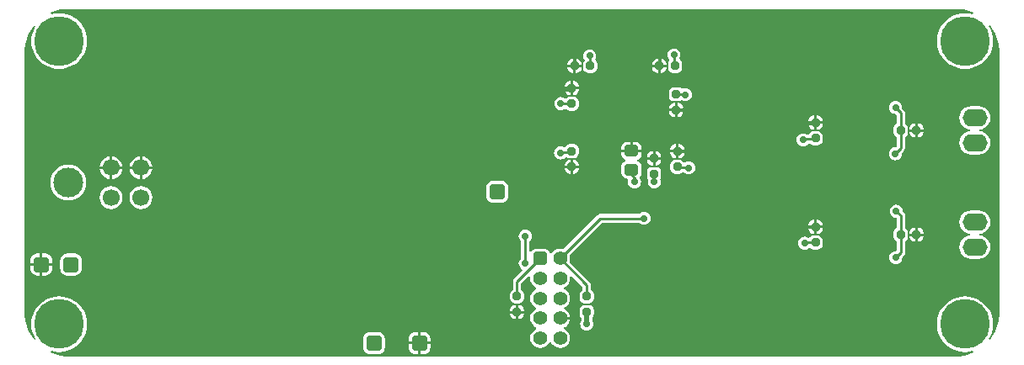
<source format=gbl>
G04*
G04 #@! TF.GenerationSoftware,Altium Limited,Altium Designer,19.0.5 (141)*
G04*
G04 Layer_Physical_Order=2*
G04 Layer_Color=16711680*
%FSLAX43Y43*%
%MOMM*%
G71*
G01*
G75*
G04:AMPARAMS|DCode=41|XSize=0.8mm|YSize=0.8mm|CornerRadius=0.2mm|HoleSize=0mm|Usage=FLASHONLY|Rotation=180.000|XOffset=0mm|YOffset=0mm|HoleType=Round|Shape=RoundedRectangle|*
%AMROUNDEDRECTD41*
21,1,0.800,0.400,0,0,180.0*
21,1,0.400,0.800,0,0,180.0*
1,1,0.400,-0.200,0.200*
1,1,0.400,0.200,0.200*
1,1,0.400,0.200,-0.200*
1,1,0.400,-0.200,-0.200*
%
%ADD41ROUNDEDRECTD41*%
G04:AMPARAMS|DCode=51|XSize=1.4mm|YSize=1.2mm|CornerRadius=0.3mm|HoleSize=0mm|Usage=FLASHONLY|Rotation=180.000|XOffset=0mm|YOffset=0mm|HoleType=Round|Shape=RoundedRectangle|*
%AMROUNDEDRECTD51*
21,1,1.400,0.600,0,0,180.0*
21,1,0.800,1.200,0,0,180.0*
1,1,0.600,-0.400,0.300*
1,1,0.600,0.400,0.300*
1,1,0.600,0.400,-0.300*
1,1,0.600,-0.400,-0.300*
%
%ADD51ROUNDEDRECTD51*%
G04:AMPARAMS|DCode=52|XSize=0.8mm|YSize=0.8mm|CornerRadius=0.2mm|HoleSize=0mm|Usage=FLASHONLY|Rotation=270.000|XOffset=0mm|YOffset=0mm|HoleType=Round|Shape=RoundedRectangle|*
%AMROUNDEDRECTD52*
21,1,0.800,0.400,0,0,270.0*
21,1,0.400,0.800,0,0,270.0*
1,1,0.400,-0.200,-0.200*
1,1,0.400,-0.200,0.200*
1,1,0.400,0.200,0.200*
1,1,0.400,0.200,-0.200*
%
%ADD52ROUNDEDRECTD52*%
%ADD57C,0.500*%
%ADD58C,0.220*%
%ADD59C,0.250*%
%ADD60C,1.400*%
G04:AMPARAMS|DCode=61|XSize=1.4mm|YSize=1.4mm|CornerRadius=0.35mm|HoleSize=0mm|Usage=FLASHONLY|Rotation=0.000|XOffset=0mm|YOffset=0mm|HoleType=Round|Shape=RoundedRectangle|*
%AMROUNDEDRECTD61*
21,1,1.400,0.700,0,0,0.0*
21,1,0.700,1.400,0,0,0.0*
1,1,0.700,0.350,-0.350*
1,1,0.700,-0.350,-0.350*
1,1,0.700,-0.350,0.350*
1,1,0.700,0.350,0.350*
%
%ADD61ROUNDEDRECTD61*%
%ADD62O,2.500X1.750*%
%ADD63C,1.700*%
%ADD64C,3.000*%
G04:AMPARAMS|DCode=65|XSize=1.6mm|YSize=1.6mm|CornerRadius=0.4mm|HoleSize=0mm|Usage=FLASHONLY|Rotation=0.000|XOffset=0mm|YOffset=0mm|HoleType=Round|Shape=RoundedRectangle|*
%AMROUNDEDRECTD65*
21,1,1.600,0.800,0,0,0.0*
21,1,0.800,1.600,0,0,0.0*
1,1,0.800,0.400,-0.400*
1,1,0.800,-0.400,-0.400*
1,1,0.800,-0.400,0.400*
1,1,0.800,0.400,0.400*
%
%ADD65ROUNDEDRECTD65*%
%ADD66C,5.000*%
%ADD67C,0.700*%
G36*
X90878Y31663D02*
X91446Y31511D01*
X91870Y31335D01*
X91875Y31324D01*
X91764Y31196D01*
X91439Y31274D01*
X91000Y31309D01*
X90561Y31274D01*
X90132Y31171D01*
X89725Y31003D01*
X89349Y30772D01*
X89014Y30486D01*
X88728Y30151D01*
X88497Y29775D01*
X88329Y29368D01*
X88226Y28939D01*
X88191Y28500D01*
X88226Y28061D01*
X88329Y27632D01*
X88497Y27225D01*
X88728Y26849D01*
X89014Y26514D01*
X89349Y26228D01*
X89725Y25997D01*
X90132Y25829D01*
X90561Y25726D01*
X91000Y25691D01*
X91439Y25726D01*
X91868Y25829D01*
X92275Y25997D01*
X92651Y26228D01*
X92986Y26514D01*
X93272Y26849D01*
X93503Y27225D01*
X93671Y27632D01*
X93774Y28061D01*
X93809Y28500D01*
X93774Y28939D01*
X93671Y29368D01*
X93503Y29775D01*
X93381Y29973D01*
X93505Y30058D01*
X93741Y29750D01*
X94036Y29240D01*
X94261Y28696D01*
X94413Y28128D01*
X94490Y27544D01*
Y27250D01*
Y1250D01*
Y956D01*
X94413Y372D01*
X94261Y-196D01*
X94036Y-740D01*
X93741Y-1250D01*
X93505Y-1558D01*
X93381Y-1473D01*
X93503Y-1275D01*
X93671Y-868D01*
X93774Y-439D01*
X93809Y0D01*
X93774Y439D01*
X93671Y868D01*
X93503Y1275D01*
X93272Y1651D01*
X92986Y1986D01*
X92651Y2272D01*
X92275Y2503D01*
X91868Y2671D01*
X91439Y2774D01*
X91000Y2809D01*
X90561Y2774D01*
X90132Y2671D01*
X89725Y2503D01*
X89349Y2272D01*
X89014Y1986D01*
X88728Y1651D01*
X88497Y1275D01*
X88329Y868D01*
X88226Y439D01*
X88191Y0D01*
X88226Y-439D01*
X88329Y-868D01*
X88497Y-1275D01*
X88728Y-1651D01*
X89014Y-1986D01*
X89349Y-2272D01*
X89725Y-2503D01*
X90132Y-2671D01*
X90561Y-2774D01*
X91000Y-2809D01*
X91439Y-2774D01*
X91764Y-2696D01*
X91875Y-2824D01*
X91870Y-2835D01*
X91446Y-3011D01*
X90878Y-3163D01*
X90294Y-3240D01*
X706D01*
X122Y-3163D01*
X-446Y-3011D01*
X-870Y-2835D01*
X-875Y-2824D01*
X-764Y-2696D01*
X-439Y-2774D01*
X0Y-2809D01*
X439Y-2774D01*
X868Y-2671D01*
X1275Y-2503D01*
X1651Y-2272D01*
X1986Y-1986D01*
X2272Y-1651D01*
X2503Y-1275D01*
X2671Y-868D01*
X2774Y-439D01*
X2809Y0D01*
X2774Y439D01*
X2671Y868D01*
X2503Y1275D01*
X2272Y1651D01*
X1986Y1986D01*
X1651Y2272D01*
X1275Y2503D01*
X868Y2671D01*
X439Y2774D01*
X0Y2809D01*
X-439Y2774D01*
X-868Y2671D01*
X-1275Y2503D01*
X-1651Y2272D01*
X-1986Y1986D01*
X-2272Y1651D01*
X-2503Y1275D01*
X-2671Y868D01*
X-2774Y439D01*
X-2809Y0D01*
X-2774Y-439D01*
X-2671Y-868D01*
X-2503Y-1275D01*
X-2381Y-1473D01*
X-2505Y-1558D01*
X-2741Y-1250D01*
X-3036Y-740D01*
X-3261Y-196D01*
X-3413Y372D01*
X-3490Y956D01*
Y1250D01*
Y27250D01*
Y27544D01*
X-3413Y28128D01*
X-3261Y28696D01*
X-3036Y29240D01*
X-2741Y29750D01*
X-2505Y30058D01*
X-2381Y29973D01*
X-2503Y29775D01*
X-2671Y29368D01*
X-2774Y28939D01*
X-2809Y28500D01*
X-2774Y28061D01*
X-2671Y27632D01*
X-2503Y27225D01*
X-2272Y26849D01*
X-1986Y26514D01*
X-1651Y26228D01*
X-1275Y25997D01*
X-868Y25829D01*
X-439Y25726D01*
X0Y25691D01*
X439Y25726D01*
X868Y25829D01*
X1275Y25997D01*
X1651Y26228D01*
X1986Y26514D01*
X2272Y26849D01*
X2503Y27225D01*
X2671Y27632D01*
X2774Y28061D01*
X2809Y28500D01*
X2774Y28939D01*
X2671Y29368D01*
X2503Y29775D01*
X2272Y30151D01*
X1986Y30486D01*
X1651Y30772D01*
X1275Y31003D01*
X868Y31171D01*
X439Y31274D01*
X0Y31309D01*
X-439Y31274D01*
X-764Y31196D01*
X-875Y31324D01*
X-870Y31335D01*
X-446Y31511D01*
X122Y31663D01*
X706Y31740D01*
X90294D01*
X90878Y31663D01*
D02*
G37*
%LPC*%
G36*
X60500Y26710D02*
X60424D01*
Y26125D01*
X61009D01*
Y26200D01*
X60970Y26395D01*
X60860Y26560D01*
X60695Y26671D01*
X60500Y26710D01*
D02*
G37*
G36*
X60174D02*
X60099D01*
X59904Y26671D01*
X59739Y26560D01*
X59629Y26395D01*
X59590Y26200D01*
Y26125D01*
X60174D01*
Y26710D01*
D02*
G37*
G36*
X51982D02*
X51908D01*
Y26125D01*
X52492D01*
Y26200D01*
X52453Y26395D01*
X52343Y26560D01*
X52178Y26671D01*
X51982Y26710D01*
D02*
G37*
G36*
X51658D02*
X51583D01*
X51387Y26671D01*
X51222Y26560D01*
X51112Y26395D01*
X51073Y26200D01*
Y26125D01*
X51658D01*
Y26710D01*
D02*
G37*
G36*
X61769Y27756D02*
X61599Y27733D01*
X61441Y27668D01*
X61305Y27564D01*
X61201Y27428D01*
X61136Y27270D01*
X61113Y27100D01*
X61136Y26930D01*
X61201Y26772D01*
X61255Y26702D01*
X61314Y26560D01*
X61204Y26395D01*
X61165Y26200D01*
Y25800D01*
X61204Y25605D01*
X61314Y25440D01*
X61479Y25329D01*
X61674Y25290D01*
X62075D01*
X62270Y25329D01*
X62435Y25440D01*
X62545Y25605D01*
X62584Y25800D01*
Y26200D01*
X62545Y26395D01*
X62435Y26560D01*
X62388Y26592D01*
X62337Y26772D01*
X62402Y26930D01*
X62425Y27100D01*
X62402Y27270D01*
X62337Y27428D01*
X62233Y27564D01*
X62097Y27668D01*
X61939Y27733D01*
X61769Y27756D01*
D02*
G37*
G36*
X61009Y25875D02*
X60424D01*
Y25290D01*
X60500D01*
X60695Y25329D01*
X60860Y25440D01*
X60970Y25605D01*
X61009Y25800D01*
Y25875D01*
D02*
G37*
G36*
X60174D02*
X59590D01*
Y25800D01*
X59629Y25605D01*
X59739Y25440D01*
X59904Y25329D01*
X60099Y25290D01*
X60174D01*
Y25875D01*
D02*
G37*
G36*
X53300Y27656D02*
X53130Y27633D01*
X52972Y27568D01*
X52836Y27464D01*
X52732Y27328D01*
X52667Y27170D01*
X52644Y27000D01*
X52667Y26830D01*
X52732Y26672D01*
X52801Y26583D01*
X52797Y26560D01*
X52687Y26395D01*
X52648Y26200D01*
Y25800D01*
X52687Y25605D01*
X52797Y25440D01*
X52962Y25329D01*
X53158Y25290D01*
X53557D01*
X53753Y25329D01*
X53918Y25440D01*
X54028Y25605D01*
X54067Y25800D01*
Y26200D01*
X54028Y26395D01*
X53918Y26560D01*
X53882Y26584D01*
X53868Y26672D01*
X53933Y26830D01*
X53956Y27000D01*
X53933Y27170D01*
X53868Y27328D01*
X53764Y27464D01*
X53628Y27568D01*
X53470Y27633D01*
X53300Y27656D01*
D02*
G37*
G36*
X52492Y25875D02*
X51908D01*
Y25290D01*
X51982D01*
X52178Y25329D01*
X52343Y25440D01*
X52453Y25605D01*
X52492Y25800D01*
Y25875D01*
D02*
G37*
G36*
X51658D02*
X51073D01*
Y25800D01*
X51112Y25605D01*
X51222Y25440D01*
X51387Y25329D01*
X51583Y25290D01*
X51658D01*
Y25875D01*
D02*
G37*
G36*
X51700Y24484D02*
X51625D01*
Y23899D01*
X52210D01*
Y23975D01*
X52171Y24170D01*
X52060Y24335D01*
X51895Y24445D01*
X51700Y24484D01*
D02*
G37*
G36*
X51375D02*
X51300D01*
X51105Y24445D01*
X50940Y24335D01*
X50829Y24170D01*
X50790Y23975D01*
Y23899D01*
X51375D01*
Y24484D01*
D02*
G37*
G36*
X52210Y23649D02*
X51625D01*
Y23065D01*
X51700D01*
X51895Y23104D01*
X52060Y23214D01*
X52171Y23379D01*
X52210Y23574D01*
Y23649D01*
D02*
G37*
G36*
X51375D02*
X50790D01*
Y23574D01*
X50829Y23379D01*
X50940Y23214D01*
X51105Y23104D01*
X51300Y23065D01*
X51375D01*
Y23649D01*
D02*
G37*
G36*
X51700Y22909D02*
X51300D01*
X51105Y22870D01*
X50940Y22760D01*
X50752Y22749D01*
X50728Y22768D01*
X50570Y22833D01*
X50400Y22856D01*
X50230Y22833D01*
X50072Y22768D01*
X49936Y22664D01*
X49832Y22528D01*
X49767Y22370D01*
X49744Y22200D01*
X49767Y22030D01*
X49832Y21872D01*
X49936Y21736D01*
X50072Y21632D01*
X50230Y21567D01*
X50400Y21544D01*
X50570Y21567D01*
X50728Y21632D01*
X50751Y21650D01*
X50940Y21639D01*
X51105Y21529D01*
X51300Y21490D01*
X51700D01*
X51895Y21529D01*
X52060Y21639D01*
X52171Y21804D01*
X52210Y22000D01*
Y22399D01*
X52171Y22595D01*
X52060Y22760D01*
X51895Y22870D01*
X51700Y22909D01*
D02*
G37*
G36*
X62176Y23849D02*
X61776D01*
X61581Y23810D01*
X61416Y23700D01*
X61305Y23535D01*
X61266Y23340D01*
Y22940D01*
X61305Y22744D01*
X61416Y22579D01*
X61581Y22469D01*
X61776Y22430D01*
X62176D01*
X62371Y22469D01*
X62523Y22570D01*
X62572Y22532D01*
X62730Y22467D01*
X62900Y22444D01*
X63070Y22467D01*
X63228Y22532D01*
X63364Y22636D01*
X63468Y22772D01*
X63533Y22930D01*
X63556Y23100D01*
X63533Y23270D01*
X63468Y23428D01*
X63364Y23564D01*
X63228Y23668D01*
X63070Y23733D01*
X62900Y23756D01*
X62730Y23733D01*
X62572Y23668D01*
X62556Y23670D01*
X62536Y23700D01*
X62371Y23810D01*
X62176Y23849D01*
D02*
G37*
G36*
Y22274D02*
X62101D01*
Y21690D01*
X62686D01*
Y21764D01*
X62647Y21960D01*
X62536Y22125D01*
X62371Y22235D01*
X62176Y22274D01*
D02*
G37*
G36*
X61851D02*
X61776D01*
X61581Y22235D01*
X61416Y22125D01*
X61305Y21960D01*
X61266Y21764D01*
Y21690D01*
X61851D01*
Y22274D01*
D02*
G37*
G36*
X62686Y21440D02*
X62101D01*
Y20855D01*
X62176D01*
X62371Y20894D01*
X62536Y21004D01*
X62647Y21169D01*
X62686Y21365D01*
Y21440D01*
D02*
G37*
G36*
X61851D02*
X61266D01*
Y21365D01*
X61305Y21169D01*
X61416Y21004D01*
X61581Y20894D01*
X61776Y20855D01*
X61851D01*
Y21440D01*
D02*
G37*
G36*
X76200Y20997D02*
X76125D01*
Y20413D01*
X76710D01*
Y20487D01*
X76671Y20683D01*
X76560Y20848D01*
X76395Y20958D01*
X76200Y20997D01*
D02*
G37*
G36*
X75875D02*
X75800D01*
X75605Y20958D01*
X75440Y20848D01*
X75329Y20683D01*
X75290Y20487D01*
Y20413D01*
X75875D01*
Y20997D01*
D02*
G37*
G36*
X86331Y20210D02*
X86257D01*
Y19625D01*
X86841D01*
Y19700D01*
X86802Y19895D01*
X86692Y20060D01*
X86527Y20171D01*
X86331Y20210D01*
D02*
G37*
G36*
X86007D02*
X85932D01*
X85736Y20171D01*
X85571Y20060D01*
X85461Y19895D01*
X85422Y19700D01*
Y19625D01*
X86007D01*
Y20210D01*
D02*
G37*
G36*
X76710Y20163D02*
X76125D01*
Y19578D01*
X76200D01*
X76395Y19617D01*
X76560Y19727D01*
X76671Y19892D01*
X76710Y20087D01*
Y20163D01*
D02*
G37*
G36*
X75875D02*
X75290D01*
Y20087D01*
X75329Y19892D01*
X75440Y19727D01*
X75605Y19617D01*
X75800Y19578D01*
X75875D01*
Y20163D01*
D02*
G37*
G36*
X76200Y19422D02*
X75800D01*
X75605Y19383D01*
X75440Y19273D01*
X75329Y19108D01*
X75320Y19065D01*
X75122D01*
X75053Y19118D01*
X74895Y19183D01*
X74725Y19206D01*
X74555Y19183D01*
X74397Y19118D01*
X74261Y19014D01*
X74157Y18878D01*
X74092Y18720D01*
X74069Y18550D01*
X74092Y18380D01*
X74157Y18222D01*
X74261Y18086D01*
X74397Y17982D01*
X74555Y17917D01*
X74725Y17894D01*
X74895Y17917D01*
X75053Y17982D01*
X75189Y18086D01*
X75269Y18191D01*
X75415Y18189D01*
X75440Y18152D01*
X75605Y18042D01*
X75800Y18003D01*
X76200D01*
X76395Y18042D01*
X76560Y18152D01*
X76671Y18317D01*
X76710Y18513D01*
Y18913D01*
X76671Y19108D01*
X76560Y19273D01*
X76395Y19383D01*
X76200Y19422D01*
D02*
G37*
G36*
X86841Y19375D02*
X86257D01*
Y18790D01*
X86331D01*
X86527Y18829D01*
X86692Y18940D01*
X86802Y19105D01*
X86841Y19300D01*
Y19375D01*
D02*
G37*
G36*
X86007D02*
X85422D01*
Y19300D01*
X85461Y19105D01*
X85571Y18940D01*
X85736Y18829D01*
X85932Y18790D01*
X86007D01*
Y19375D01*
D02*
G37*
G36*
X51700Y18134D02*
X51300D01*
X51105Y18095D01*
X50940Y17985D01*
X50859Y17865D01*
X50747Y17813D01*
X50674Y17807D01*
X50547Y17859D01*
X50377Y17881D01*
X50208Y17859D01*
X50050Y17794D01*
X49914Y17689D01*
X49810Y17554D01*
X49744Y17396D01*
X49722Y17226D01*
X49744Y17056D01*
X49810Y16898D01*
X49914Y16762D01*
X50050Y16658D01*
X50208Y16593D01*
X50377Y16570D01*
X50547Y16593D01*
X50705Y16658D01*
X50841Y16762D01*
X50920Y16865D01*
X50940Y16864D01*
X51105Y16754D01*
X51300Y16715D01*
X51700D01*
X51895Y16754D01*
X52060Y16864D01*
X52171Y17029D01*
X52210Y17225D01*
Y17625D01*
X52171Y17820D01*
X52060Y17985D01*
X51895Y18095D01*
X51700Y18134D01*
D02*
G37*
G36*
X84025Y22456D02*
X83855Y22433D01*
X83697Y22368D01*
X83561Y22264D01*
X83457Y22128D01*
X83392Y21970D01*
X83369Y21800D01*
X83392Y21630D01*
X83457Y21472D01*
X83561Y21336D01*
X83697Y21232D01*
X83855Y21167D01*
X84025Y21144D01*
X84138Y21025D01*
Y20156D01*
X83996Y20060D01*
X83886Y19895D01*
X83847Y19700D01*
Y19300D01*
X83886Y19105D01*
X83996Y18940D01*
X84138Y18844D01*
Y17911D01*
X84020Y17803D01*
X84000Y17806D01*
X83830Y17783D01*
X83672Y17718D01*
X83536Y17614D01*
X83432Y17478D01*
X83367Y17320D01*
X83344Y17150D01*
X83367Y16980D01*
X83432Y16822D01*
X83536Y16686D01*
X83672Y16582D01*
X83830Y16517D01*
X84000Y16494D01*
X84170Y16517D01*
X84328Y16582D01*
X84464Y16686D01*
X84568Y16822D01*
X84633Y16980D01*
X84656Y17150D01*
X84648Y17207D01*
X84852Y17411D01*
X84943Y17547D01*
X84975Y17706D01*
Y18844D01*
X85117Y18940D01*
X85227Y19105D01*
X85266Y19300D01*
Y19700D01*
X85227Y19895D01*
X85117Y20060D01*
X84975Y20156D01*
Y21268D01*
X84943Y21428D01*
X84852Y21564D01*
X84673Y21743D01*
X84681Y21800D01*
X84658Y21970D01*
X84593Y22128D01*
X84489Y22264D01*
X84353Y22368D01*
X84195Y22433D01*
X84025Y22456D01*
D02*
G37*
G36*
X57900Y18362D02*
X57625D01*
Y17575D01*
X58512D01*
Y17750D01*
X58465Y17984D01*
X58333Y18183D01*
X58134Y18315D01*
X57900Y18362D01*
D02*
G37*
G36*
X57375D02*
X57100D01*
X56866Y18315D01*
X56667Y18183D01*
X56535Y17984D01*
X56488Y17750D01*
Y17575D01*
X57375D01*
Y18362D01*
D02*
G37*
G36*
X62303Y18134D02*
X62228D01*
Y17549D01*
X62813D01*
Y17625D01*
X62774Y17820D01*
X62663Y17985D01*
X62498Y18095D01*
X62303Y18134D01*
D02*
G37*
G36*
X61978D02*
X61903D01*
X61708Y18095D01*
X61543Y17985D01*
X61432Y17820D01*
X61393Y17625D01*
Y17549D01*
X61978D01*
Y18134D01*
D02*
G37*
G36*
X92375Y21935D02*
X91625D01*
X91318Y21895D01*
X91032Y21776D01*
X90787Y21588D01*
X90599Y21343D01*
X90480Y21057D01*
X90440Y20750D01*
X90480Y20443D01*
X90599Y20157D01*
X90787Y19912D01*
X91032Y19724D01*
X91318Y19605D01*
X91543Y19576D01*
Y19424D01*
X91318Y19395D01*
X91032Y19276D01*
X90787Y19088D01*
X90599Y18843D01*
X90480Y18557D01*
X90440Y18250D01*
X90480Y17943D01*
X90599Y17657D01*
X90787Y17412D01*
X91032Y17224D01*
X91318Y17105D01*
X91625Y17065D01*
X92375D01*
X92682Y17105D01*
X92968Y17224D01*
X93213Y17412D01*
X93401Y17657D01*
X93520Y17943D01*
X93560Y18250D01*
X93520Y18557D01*
X93401Y18843D01*
X93213Y19088D01*
X92968Y19276D01*
X92682Y19395D01*
X92457Y19424D01*
Y19576D01*
X92682Y19605D01*
X92968Y19724D01*
X93213Y19912D01*
X93401Y20157D01*
X93520Y20443D01*
X93560Y20750D01*
X93520Y21057D01*
X93401Y21343D01*
X93213Y21588D01*
X92968Y21776D01*
X92682Y21895D01*
X92375Y21935D01*
D02*
G37*
G36*
X59969Y17397D02*
X59894D01*
Y16812D01*
X60479D01*
Y16888D01*
X60440Y17083D01*
X60329Y17248D01*
X60164Y17358D01*
X59969Y17397D01*
D02*
G37*
G36*
X59644D02*
X59569D01*
X59374Y17358D01*
X59209Y17248D01*
X59098Y17083D01*
X59059Y16888D01*
Y16812D01*
X59644D01*
Y17397D01*
D02*
G37*
G36*
X62813Y17299D02*
X62228D01*
Y16715D01*
X62303D01*
X62498Y16754D01*
X62663Y16864D01*
X62774Y17029D01*
X62813Y17225D01*
Y17299D01*
D02*
G37*
G36*
X61978D02*
X61393D01*
Y17225D01*
X61432Y17029D01*
X61543Y16864D01*
X61708Y16754D01*
X61903Y16715D01*
X61978D01*
Y17299D01*
D02*
G37*
G36*
X60479Y16562D02*
X59894D01*
Y15978D01*
X59969D01*
X60164Y16017D01*
X60329Y16127D01*
X60440Y16292D01*
X60479Y16487D01*
Y16562D01*
D02*
G37*
G36*
X59644D02*
X59059D01*
Y16487D01*
X59098Y16292D01*
X59209Y16127D01*
X59374Y16017D01*
X59569Y15978D01*
X59644D01*
Y16562D01*
D02*
G37*
G36*
X51700Y16559D02*
X51625D01*
Y15974D01*
X52210D01*
Y16049D01*
X52171Y16245D01*
X52060Y16410D01*
X51895Y16520D01*
X51700Y16559D01*
D02*
G37*
G36*
X51375D02*
X51300D01*
X51105Y16520D01*
X50940Y16410D01*
X50829Y16245D01*
X50790Y16049D01*
Y15974D01*
X51375D01*
Y16559D01*
D02*
G37*
G36*
X5342Y16893D02*
Y15875D01*
X6360D01*
X6337Y16050D01*
X6222Y16330D01*
X6037Y16570D01*
X5797Y16755D01*
X5517Y16870D01*
X5342Y16893D01*
D02*
G37*
G36*
X8342D02*
Y15875D01*
X9360D01*
X9337Y16050D01*
X9222Y16330D01*
X9037Y16570D01*
X8797Y16755D01*
X8517Y16870D01*
X8342Y16893D01*
D02*
G37*
G36*
X8092D02*
X7917Y16870D01*
X7637Y16755D01*
X7397Y16570D01*
X7212Y16330D01*
X7097Y16050D01*
X7074Y15875D01*
X8092D01*
Y16893D01*
D02*
G37*
G36*
X5092D02*
X4917Y16870D01*
X4637Y16755D01*
X4397Y16570D01*
X4212Y16330D01*
X4097Y16050D01*
X4074Y15875D01*
X5092D01*
Y16893D01*
D02*
G37*
G36*
X52210Y15725D02*
X51625D01*
Y15140D01*
X51700D01*
X51895Y15179D01*
X52060Y15289D01*
X52171Y15454D01*
X52210Y15649D01*
Y15725D01*
D02*
G37*
G36*
X51375D02*
X50790D01*
Y15649D01*
X50829Y15454D01*
X50940Y15289D01*
X51105Y15179D01*
X51300Y15140D01*
X51375D01*
Y15725D01*
D02*
G37*
G36*
X62303Y16559D02*
X61903D01*
X61708Y16520D01*
X61543Y16410D01*
X61432Y16245D01*
X61393Y16049D01*
Y15649D01*
X61432Y15454D01*
X61543Y15289D01*
X61708Y15179D01*
X61903Y15140D01*
X62303D01*
X62498Y15179D01*
X62663Y15289D01*
X62821Y15255D01*
X62932Y15171D01*
X63090Y15105D01*
X63259Y15083D01*
X63429Y15105D01*
X63587Y15171D01*
X63723Y15275D01*
X63827Y15411D01*
X63893Y15569D01*
X63915Y15739D01*
X63893Y15908D01*
X63827Y16066D01*
X63723Y16202D01*
X63587Y16306D01*
X63429Y16372D01*
X63259Y16394D01*
X63090Y16372D01*
X62932Y16306D01*
X62910Y16290D01*
X62904Y16288D01*
X62723Y16321D01*
X62663Y16410D01*
X62498Y16520D01*
X62303Y16559D01*
D02*
G37*
G36*
X9360Y15625D02*
X8342D01*
Y14607D01*
X8517Y14630D01*
X8797Y14745D01*
X9037Y14930D01*
X9222Y15170D01*
X9337Y15450D01*
X9360Y15625D01*
D02*
G37*
G36*
X6360D02*
X5342D01*
Y14607D01*
X5517Y14630D01*
X5797Y14745D01*
X6037Y14930D01*
X6222Y15170D01*
X6337Y15450D01*
X6360Y15625D01*
D02*
G37*
G36*
X8092D02*
X7074D01*
X7097Y15450D01*
X7212Y15170D01*
X7397Y14930D01*
X7637Y14745D01*
X7917Y14630D01*
X8092Y14607D01*
Y15625D01*
D02*
G37*
G36*
X5092D02*
X4074D01*
X4097Y15450D01*
X4212Y15170D01*
X4397Y14930D01*
X4637Y14745D01*
X4917Y14630D01*
X5092Y14607D01*
Y15625D01*
D02*
G37*
G36*
X59969Y15822D02*
X59569D01*
X59374Y15783D01*
X59209Y15673D01*
X59098Y15508D01*
X59059Y15312D01*
Y14913D01*
X59098Y14717D01*
X59204Y14559D01*
X59167Y14470D01*
X59144Y14300D01*
X59167Y14130D01*
X59232Y13972D01*
X59336Y13836D01*
X59472Y13732D01*
X59630Y13667D01*
X59800Y13644D01*
X59970Y13667D01*
X60128Y13732D01*
X60263Y13836D01*
X60368Y13972D01*
X60433Y14130D01*
X60455Y14300D01*
X60433Y14470D01*
X60372Y14616D01*
X60440Y14717D01*
X60479Y14913D01*
Y15312D01*
X60440Y15508D01*
X60329Y15673D01*
X60164Y15783D01*
X59969Y15822D01*
D02*
G37*
G36*
X58512Y17325D02*
X57500D01*
X56488D01*
Y17150D01*
X56535Y16916D01*
X56667Y16717D01*
X56866Y16585D01*
X56908Y16576D01*
Y16424D01*
X56866Y16415D01*
X56667Y16283D01*
X56535Y16084D01*
X56488Y15850D01*
Y15250D01*
X56535Y15016D01*
X56667Y14817D01*
X56866Y14685D01*
X57076Y14643D01*
X57124Y14589D01*
X57174Y14488D01*
X57167Y14470D01*
X57144Y14300D01*
X57167Y14130D01*
X57232Y13972D01*
X57336Y13836D01*
X57472Y13732D01*
X57630Y13667D01*
X57800Y13644D01*
X57970Y13667D01*
X58128Y13732D01*
X58263Y13836D01*
X58368Y13972D01*
X58433Y14130D01*
X58455Y14300D01*
X58433Y14470D01*
X58368Y14628D01*
X58351Y14649D01*
X58333Y14817D01*
X58465Y15016D01*
X58512Y15250D01*
Y15850D01*
X58465Y16084D01*
X58333Y16283D01*
X58134Y16415D01*
X58092Y16424D01*
Y16576D01*
X58134Y16585D01*
X58333Y16717D01*
X58465Y16916D01*
X58512Y17150D01*
Y17325D01*
D02*
G37*
G36*
X917Y16059D02*
X564Y16024D01*
X225Y15921D01*
X-88Y15754D01*
X-362Y15529D01*
X-587Y15255D01*
X-754Y14942D01*
X-857Y14603D01*
X-892Y14250D01*
X-857Y13897D01*
X-754Y13558D01*
X-587Y13245D01*
X-362Y12971D01*
X-88Y12746D01*
X225Y12579D01*
X564Y12476D01*
X917Y12441D01*
X1270Y12476D01*
X1609Y12579D01*
X1922Y12746D01*
X2196Y12971D01*
X2421Y13245D01*
X2588Y13558D01*
X2691Y13897D01*
X2726Y14250D01*
X2691Y14603D01*
X2588Y14942D01*
X2421Y15255D01*
X2196Y15529D01*
X1922Y15754D01*
X1609Y15921D01*
X1270Y16024D01*
X917Y16059D01*
D02*
G37*
G36*
X44400Y14410D02*
X43600D01*
X43417Y14385D01*
X43247Y14315D01*
X43101Y14203D01*
X42989Y14057D01*
X42918Y13886D01*
X42894Y13703D01*
Y12903D01*
X42918Y12721D01*
X42989Y12550D01*
X43101Y12404D01*
X43247Y12292D01*
X43417Y12222D01*
X43600Y12197D01*
X44400D01*
X44583Y12222D01*
X44753Y12292D01*
X44899Y12404D01*
X45011Y12550D01*
X45082Y12721D01*
X45106Y12903D01*
Y13703D01*
X45082Y13886D01*
X45011Y14057D01*
X44899Y14203D01*
X44753Y14315D01*
X44583Y14385D01*
X44400Y14410D01*
D02*
G37*
G36*
X8217Y13910D02*
X7917Y13870D01*
X7637Y13755D01*
X7397Y13570D01*
X7212Y13330D01*
X7097Y13050D01*
X7057Y12750D01*
X7097Y12450D01*
X7212Y12170D01*
X7397Y11930D01*
X7637Y11745D01*
X7917Y11630D01*
X8217Y11590D01*
X8517Y11630D01*
X8797Y11745D01*
X9037Y11930D01*
X9222Y12170D01*
X9337Y12450D01*
X9377Y12750D01*
X9337Y13050D01*
X9222Y13330D01*
X9037Y13570D01*
X8797Y13755D01*
X8517Y13870D01*
X8217Y13910D01*
D02*
G37*
G36*
X5217D02*
X4917Y13870D01*
X4637Y13755D01*
X4397Y13570D01*
X4212Y13330D01*
X4097Y13050D01*
X4057Y12750D01*
X4097Y12450D01*
X4212Y12170D01*
X4397Y11930D01*
X4637Y11745D01*
X4917Y11630D01*
X5217Y11590D01*
X5517Y11630D01*
X5797Y11745D01*
X6037Y11930D01*
X6222Y12170D01*
X6337Y12450D01*
X6377Y12750D01*
X6337Y13050D01*
X6222Y13330D01*
X6037Y13570D01*
X5797Y13755D01*
X5517Y13870D01*
X5217Y13910D01*
D02*
G37*
G36*
X58769Y11306D02*
X58599Y11283D01*
X58441Y11218D01*
X58305Y11114D01*
X58282Y11083D01*
X54375D01*
X54209Y11050D01*
X54069Y10956D01*
X50657Y7545D01*
X50586Y7574D01*
X50325Y7609D01*
X50064Y7574D01*
X49821Y7473D01*
X49612Y7313D01*
X49460Y7116D01*
X49380Y7113D01*
X49302Y7135D01*
X49243Y7278D01*
X49139Y7414D01*
X49003Y7518D01*
X48845Y7583D01*
X48675Y7606D01*
X47975D01*
X47805Y7583D01*
X47647Y7518D01*
X47511Y7414D01*
X47407Y7278D01*
X47393Y7244D01*
X47243Y7273D01*
Y8351D01*
X47289Y8386D01*
X47393Y8522D01*
X47458Y8680D01*
X47481Y8850D01*
X47458Y9020D01*
X47393Y9178D01*
X47289Y9314D01*
X47153Y9418D01*
X46995Y9483D01*
X46825Y9506D01*
X46655Y9483D01*
X46497Y9418D01*
X46361Y9314D01*
X46257Y9178D01*
X46192Y9020D01*
X46169Y8850D01*
X46192Y8680D01*
X46257Y8522D01*
X46361Y8386D01*
X46407Y8351D01*
Y6599D01*
X46361Y6564D01*
X46257Y6428D01*
X46192Y6270D01*
X46169Y6100D01*
X46192Y5930D01*
X46257Y5772D01*
X46361Y5636D01*
X46473Y5551D01*
X46518Y5384D01*
X45704Y4571D01*
X45614Y4435D01*
X45582Y4275D01*
Y3443D01*
X45440Y3348D01*
X45329Y3183D01*
X45290Y2987D01*
Y2588D01*
X45329Y2392D01*
X45440Y2227D01*
X45605Y2117D01*
X45800Y2078D01*
X46200D01*
X46395Y2117D01*
X46560Y2227D01*
X46671Y2392D01*
X46710Y2588D01*
Y2987D01*
X46671Y3183D01*
X46560Y3348D01*
X46418Y3443D01*
Y4102D01*
X47209Y4893D01*
X47345Y4817D01*
X47316Y4600D01*
X47351Y4339D01*
X47451Y4096D01*
X47612Y3887D01*
X47821Y3727D01*
X47930Y3681D01*
Y3519D01*
X47821Y3474D01*
X47612Y3313D01*
X47451Y3104D01*
X47351Y2861D01*
X47316Y2600D01*
X47351Y2339D01*
X47451Y2096D01*
X47612Y1887D01*
X47821Y1727D01*
X47930Y1681D01*
Y1519D01*
X47821Y1473D01*
X47612Y1313D01*
X47451Y1104D01*
X47351Y861D01*
X47316Y600D01*
X47351Y339D01*
X47451Y96D01*
X47612Y-113D01*
X47821Y-273D01*
X47930Y-319D01*
Y-481D01*
X47821Y-526D01*
X47612Y-687D01*
X47451Y-896D01*
X47351Y-1139D01*
X47316Y-1400D01*
X47351Y-1661D01*
X47451Y-1904D01*
X47612Y-2113D01*
X47821Y-2273D01*
X48064Y-2374D01*
X48325Y-2409D01*
X48586Y-2374D01*
X48829Y-2273D01*
X49038Y-2113D01*
X49198Y-1904D01*
X49244Y-1795D01*
X49406D01*
X49451Y-1904D01*
X49612Y-2113D01*
X49821Y-2273D01*
X50064Y-2374D01*
X50325Y-2409D01*
X50586Y-2374D01*
X50829Y-2273D01*
X51038Y-2113D01*
X51199Y-1904D01*
X51299Y-1661D01*
X51334Y-1400D01*
X51299Y-1139D01*
X51199Y-896D01*
X51038Y-687D01*
X50829Y-526D01*
X50720Y-481D01*
Y-319D01*
X50829Y-273D01*
X51038Y-113D01*
X51199Y96D01*
X51299Y339D01*
X51317Y475D01*
X50325D01*
Y725D01*
X51317D01*
X51299Y861D01*
X51199Y1104D01*
X51038Y1313D01*
X50829Y1473D01*
X50720Y1519D01*
Y1681D01*
X50829Y1727D01*
X51038Y1887D01*
X51199Y2096D01*
X51299Y2339D01*
X51334Y2600D01*
X51299Y2861D01*
X51199Y3104D01*
X51038Y3313D01*
X50829Y3474D01*
X50720Y3519D01*
Y3681D01*
X50829Y3727D01*
X51038Y3887D01*
X51199Y4096D01*
X51299Y4339D01*
X51334Y4600D01*
X51305Y4817D01*
X51441Y4893D01*
X52582Y3752D01*
Y3443D01*
X52440Y3348D01*
X52329Y3183D01*
X52290Y2987D01*
Y2588D01*
X52329Y2392D01*
X52440Y2227D01*
X52605Y2117D01*
X52800Y2078D01*
X53200D01*
X53395Y2117D01*
X53560Y2227D01*
X53671Y2392D01*
X53710Y2588D01*
Y2987D01*
X53671Y3183D01*
X53560Y3348D01*
X53418Y3443D01*
Y3925D01*
X53386Y4085D01*
X53296Y4221D01*
X51264Y6253D01*
X51299Y6339D01*
X51334Y6600D01*
X51299Y6861D01*
X51270Y6932D01*
X54554Y10217D01*
X58282D01*
X58305Y10186D01*
X58441Y10082D01*
X58599Y10017D01*
X58769Y9994D01*
X58939Y10017D01*
X59097Y10082D01*
X59233Y10186D01*
X59337Y10322D01*
X59402Y10480D01*
X59425Y10650D01*
X59402Y10820D01*
X59337Y10978D01*
X59233Y11114D01*
X59097Y11218D01*
X58939Y11283D01*
X58769Y11306D01*
D02*
G37*
G36*
X76200Y10514D02*
X76125D01*
Y9929D01*
X76710D01*
Y10005D01*
X76671Y10200D01*
X76560Y10365D01*
X76395Y10475D01*
X76200Y10514D01*
D02*
G37*
G36*
X75875D02*
X75800D01*
X75605Y10475D01*
X75440Y10365D01*
X75329Y10200D01*
X75290Y10005D01*
Y9929D01*
X75875D01*
Y10514D01*
D02*
G37*
G36*
X86331Y9710D02*
X86257D01*
Y9125D01*
X86841D01*
Y9200D01*
X86802Y9395D01*
X86692Y9560D01*
X86527Y9671D01*
X86331Y9710D01*
D02*
G37*
G36*
X86007D02*
X85932D01*
X85736Y9671D01*
X85571Y9560D01*
X85461Y9395D01*
X85422Y9200D01*
Y9125D01*
X86007D01*
Y9710D01*
D02*
G37*
G36*
X76710Y9679D02*
X76125D01*
Y9095D01*
X76200D01*
X76395Y9134D01*
X76560Y9244D01*
X76671Y9409D01*
X76710Y9604D01*
Y9679D01*
D02*
G37*
G36*
X75875D02*
X75290D01*
Y9604D01*
X75329Y9409D01*
X75440Y9244D01*
X75605Y9134D01*
X75800Y9095D01*
X75875D01*
Y9679D01*
D02*
G37*
G36*
X76200Y8939D02*
X75800D01*
X75605Y8900D01*
X75440Y8790D01*
X75397Y8727D01*
X75221Y8704D01*
X75203Y8718D01*
X75045Y8783D01*
X74875Y8806D01*
X74705Y8783D01*
X74547Y8718D01*
X74411Y8614D01*
X74307Y8478D01*
X74242Y8320D01*
X74219Y8150D01*
X74242Y7980D01*
X74307Y7822D01*
X74411Y7686D01*
X74547Y7582D01*
X74705Y7517D01*
X74875Y7494D01*
X75045Y7517D01*
X75203Y7582D01*
X75278Y7640D01*
X75440Y7669D01*
X75605Y7559D01*
X75800Y7520D01*
X76200D01*
X76395Y7559D01*
X76560Y7669D01*
X76671Y7834D01*
X76710Y8030D01*
Y8429D01*
X76671Y8625D01*
X76560Y8790D01*
X76395Y8900D01*
X76200Y8939D01*
D02*
G37*
G36*
X86841Y8875D02*
X86257D01*
Y8290D01*
X86331D01*
X86527Y8329D01*
X86692Y8440D01*
X86802Y8605D01*
X86841Y8800D01*
Y8875D01*
D02*
G37*
G36*
X86007D02*
X85422D01*
Y8800D01*
X85461Y8605D01*
X85571Y8440D01*
X85736Y8329D01*
X85932Y8290D01*
X86007D01*
Y8875D01*
D02*
G37*
G36*
X92375Y11435D02*
X91625D01*
X91318Y11395D01*
X91032Y11276D01*
X90787Y11088D01*
X90599Y10843D01*
X90480Y10557D01*
X90440Y10250D01*
X90480Y9943D01*
X90599Y9657D01*
X90787Y9412D01*
X91032Y9224D01*
X91318Y9105D01*
X91543Y9076D01*
Y8924D01*
X91318Y8895D01*
X91032Y8776D01*
X90787Y8588D01*
X90599Y8343D01*
X90480Y8057D01*
X90440Y7750D01*
X90480Y7443D01*
X90599Y7157D01*
X90787Y6912D01*
X91032Y6724D01*
X91318Y6605D01*
X91625Y6565D01*
X92375D01*
X92682Y6605D01*
X92968Y6724D01*
X93213Y6912D01*
X93401Y7157D01*
X93520Y7443D01*
X93560Y7750D01*
X93520Y8057D01*
X93401Y8343D01*
X93213Y8588D01*
X92968Y8776D01*
X92682Y8895D01*
X92457Y8924D01*
Y9076D01*
X92682Y9105D01*
X92968Y9224D01*
X93213Y9412D01*
X93401Y9657D01*
X93520Y9943D01*
X93560Y10250D01*
X93520Y10557D01*
X93401Y10843D01*
X93213Y11088D01*
X92968Y11276D01*
X92682Y11395D01*
X92375Y11435D01*
D02*
G37*
G36*
X-1394Y7106D02*
X-1669D01*
Y6125D01*
X-687D01*
Y6400D01*
X-712Y6583D01*
X-782Y6753D01*
X-894Y6899D01*
X-1040Y7011D01*
X-1211Y7082D01*
X-1394Y7106D01*
D02*
G37*
G36*
X-1919D02*
X-2194D01*
X-2376Y7082D01*
X-2547Y7011D01*
X-2693Y6899D01*
X-2805Y6753D01*
X-2875Y6583D01*
X-2900Y6400D01*
Y6125D01*
X-1919D01*
Y7106D01*
D02*
G37*
G36*
X84100Y12031D02*
X83930Y12008D01*
X83772Y11943D01*
X83636Y11839D01*
X83532Y11703D01*
X83467Y11545D01*
X83444Y11375D01*
X83467Y11205D01*
X83532Y11047D01*
X83636Y10911D01*
X83772Y10807D01*
X83930Y10742D01*
X84100Y10719D01*
X84123Y10699D01*
Y9645D01*
X83996Y9560D01*
X83886Y9395D01*
X83847Y9200D01*
Y8800D01*
X83886Y8605D01*
X83996Y8440D01*
X84123Y8355D01*
Y7490D01*
X84050Y7356D01*
X83880Y7333D01*
X83722Y7268D01*
X83586Y7164D01*
X83482Y7028D01*
X83417Y6870D01*
X83394Y6700D01*
X83417Y6530D01*
X83482Y6372D01*
X83586Y6236D01*
X83722Y6132D01*
X83880Y6067D01*
X84050Y6044D01*
X84220Y6067D01*
X84378Y6132D01*
X84514Y6236D01*
X84618Y6372D01*
X84683Y6530D01*
X84706Y6700D01*
X84701Y6738D01*
X84863Y6900D01*
X84957Y7041D01*
X84990Y7207D01*
Y8355D01*
X85117Y8440D01*
X85227Y8605D01*
X85266Y8800D01*
Y9200D01*
X85227Y9395D01*
X85117Y9560D01*
X84990Y9645D01*
Y10918D01*
X84957Y11084D01*
X84863Y11225D01*
X84751Y11337D01*
X84756Y11375D01*
X84733Y11545D01*
X84668Y11703D01*
X84564Y11839D01*
X84428Y11943D01*
X84270Y12008D01*
X84100Y12031D01*
D02*
G37*
G36*
X1601Y7106D02*
X801D01*
X618Y7082D01*
X448Y7011D01*
X301Y6899D01*
X189Y6753D01*
X119Y6583D01*
X95Y6400D01*
Y5600D01*
X119Y5417D01*
X189Y5247D01*
X301Y5101D01*
X448Y4989D01*
X618Y4918D01*
X801Y4894D01*
X1601D01*
X1783Y4918D01*
X1954Y4989D01*
X2100Y5101D01*
X2212Y5247D01*
X2283Y5417D01*
X2307Y5600D01*
Y6400D01*
X2283Y6583D01*
X2212Y6753D01*
X2100Y6899D01*
X1954Y7011D01*
X1783Y7082D01*
X1601Y7106D01*
D02*
G37*
G36*
X-687Y5875D02*
X-1669D01*
Y4894D01*
X-1394D01*
X-1211Y4918D01*
X-1040Y4989D01*
X-894Y5101D01*
X-782Y5247D01*
X-712Y5417D01*
X-687Y5600D01*
Y5875D01*
D02*
G37*
G36*
X-1919D02*
X-2900D01*
Y5600D01*
X-2875Y5417D01*
X-2805Y5247D01*
X-2693Y5101D01*
X-2547Y4989D01*
X-2376Y4918D01*
X-2194Y4894D01*
X-1919D01*
Y5875D01*
D02*
G37*
G36*
X46200Y1922D02*
X46125D01*
Y1337D01*
X46710D01*
Y1413D01*
X46671Y1608D01*
X46560Y1773D01*
X46395Y1883D01*
X46200Y1922D01*
D02*
G37*
G36*
X45875D02*
X45800D01*
X45605Y1883D01*
X45440Y1773D01*
X45329Y1608D01*
X45290Y1413D01*
Y1337D01*
X45875D01*
Y1922D01*
D02*
G37*
G36*
X46710Y1087D02*
X46125D01*
Y503D01*
X46200D01*
X46395Y542D01*
X46560Y652D01*
X46671Y817D01*
X46710Y1013D01*
Y1087D01*
D02*
G37*
G36*
X45875D02*
X45290D01*
Y1013D01*
X45329Y817D01*
X45440Y652D01*
X45605Y542D01*
X45800Y503D01*
X45875D01*
Y1087D01*
D02*
G37*
G36*
X53200Y1922D02*
X52800D01*
X52605Y1883D01*
X52440Y1773D01*
X52329Y1608D01*
X52290Y1413D01*
Y1013D01*
X52329Y817D01*
X52439Y652D01*
Y337D01*
X52432Y328D01*
X52367Y170D01*
X52344Y0D01*
X52367Y-170D01*
X52432Y-328D01*
X52536Y-464D01*
X52672Y-568D01*
X52830Y-633D01*
X53000Y-656D01*
X53170Y-633D01*
X53328Y-568D01*
X53464Y-464D01*
X53568Y-328D01*
X53633Y-170D01*
X53656Y0D01*
X53633Y170D01*
X53568Y328D01*
X53561Y337D01*
Y652D01*
X53671Y817D01*
X53710Y1013D01*
Y1413D01*
X53671Y1608D01*
X53560Y1773D01*
X53395Y1883D01*
X53200Y1922D01*
D02*
G37*
G36*
X36595Y-799D02*
X36320D01*
Y-1780D01*
X37301D01*
Y-1505D01*
X37277Y-1322D01*
X37206Y-1152D01*
X37094Y-1006D01*
X36948Y-894D01*
X36778Y-823D01*
X36595Y-799D01*
D02*
G37*
G36*
X36070D02*
X35795D01*
X35612Y-823D01*
X35442Y-894D01*
X35296Y-1006D01*
X35184Y-1152D01*
X35113Y-1322D01*
X35089Y-1505D01*
Y-1780D01*
X36070D01*
Y-799D01*
D02*
G37*
G36*
X37301Y-2030D02*
X36320D01*
Y-3011D01*
X36595D01*
X36778Y-2987D01*
X36948Y-2916D01*
X37094Y-2804D01*
X37206Y-2658D01*
X37277Y-2488D01*
X37301Y-2305D01*
Y-2030D01*
D02*
G37*
G36*
X36070D02*
X35089D01*
Y-2305D01*
X35113Y-2488D01*
X35184Y-2658D01*
X35296Y-2804D01*
X35442Y-2916D01*
X35612Y-2987D01*
X35795Y-3011D01*
X36070D01*
Y-2030D01*
D02*
G37*
G36*
X32023Y-799D02*
X31223D01*
X31040Y-823D01*
X30870Y-894D01*
X30724Y-1006D01*
X30612Y-1152D01*
X30541Y-1322D01*
X30517Y-1505D01*
Y-2305D01*
X30541Y-2488D01*
X30612Y-2658D01*
X30724Y-2804D01*
X30870Y-2916D01*
X31040Y-2987D01*
X31223Y-3011D01*
X32023D01*
X32206Y-2987D01*
X32376Y-2916D01*
X32522Y-2804D01*
X32634Y-2658D01*
X32705Y-2488D01*
X32729Y-2305D01*
Y-1505D01*
X32705Y-1322D01*
X32634Y-1152D01*
X32522Y-1006D01*
X32376Y-894D01*
X32206Y-823D01*
X32023Y-799D01*
D02*
G37*
%LPD*%
D41*
X53000Y1212D02*
D03*
Y2787D02*
D03*
X46000Y1212D02*
D03*
Y2787D02*
D03*
X59769Y15113D02*
D03*
Y16688D02*
D03*
X62103Y15849D02*
D03*
Y17424D02*
D03*
X61976Y23139D02*
D03*
Y21565D02*
D03*
X51500Y23774D02*
D03*
Y22199D02*
D03*
Y15849D02*
D03*
Y17424D02*
D03*
X76000Y18712D02*
D03*
Y20288D02*
D03*
Y8229D02*
D03*
Y9804D02*
D03*
D51*
X57500Y17450D02*
D03*
Y15550D02*
D03*
D52*
X61875Y26000D02*
D03*
X60299D02*
D03*
X53357D02*
D03*
X51783D02*
D03*
X86132Y9000D02*
D03*
X84557D02*
D03*
X86132Y19500D02*
D03*
X84557D02*
D03*
D57*
X53000Y0D02*
Y1212D01*
D58*
X46825Y6100D02*
Y8850D01*
X46000Y2787D02*
Y4275D01*
X48325Y6600D01*
X50325D02*
X53000Y3925D01*
Y2787D02*
Y3925D01*
X50377Y17226D02*
X50469Y17318D01*
X51393D01*
X51500Y17424D01*
X50377Y15801D02*
X50402Y15825D01*
X51476D01*
X51500Y15849D01*
X84000Y17150D02*
X84557Y17706D01*
Y19500D01*
X84025Y21800D02*
X84557Y21268D01*
Y19500D02*
Y21268D01*
D59*
X50325Y6600D02*
X54375Y10650D01*
X58769D01*
X57787Y14312D02*
X57800Y14300D01*
X57787Y14312D02*
Y14765D01*
X57500Y15052D02*
X57787Y14765D01*
X59784Y14315D02*
Y15097D01*
X59769Y15113D02*
X59784Y15097D01*
Y14315D02*
X59800Y14300D01*
X50400Y23300D02*
X50522D01*
X50768Y23546D01*
X51271D01*
X51500Y23774D01*
X50400Y22200D02*
X50400Y22200D01*
X51500D01*
X51500Y22199D01*
X61769Y27100D02*
X61822Y27047D01*
Y26053D02*
Y27047D01*
Y26053D02*
X61875Y26000D01*
X60350Y27050D02*
X60400Y27100D01*
X60350Y26050D02*
Y27050D01*
X60299Y26000D02*
X60350Y26050D01*
X51841Y26941D02*
X51900Y27000D01*
X51841Y26059D02*
Y26941D01*
X51783Y26000D02*
X51841Y26059D01*
X53300Y27000D02*
X53329Y26971D01*
Y26029D02*
Y26971D01*
Y26029D02*
X53357Y26000D01*
X63088Y17412D02*
X63100Y17400D01*
X62115Y17412D02*
X63088D01*
X62103Y17424D02*
X62115Y17412D01*
X63204Y15794D02*
X63259Y15739D01*
X62159Y15794D02*
X63204D01*
X62103Y15849D02*
X62159Y15794D01*
X62868Y21532D02*
X62900Y21500D01*
X62008Y21532D02*
X62868D01*
X61976Y21565D02*
X62008Y21532D01*
X62880Y23120D02*
X62900Y23100D01*
X61996Y23120D02*
X62880D01*
X61976Y23139D02*
X61996Y23120D01*
X74875Y8150D02*
X74954Y8229D01*
X76000D01*
X74700Y9750D02*
X74727Y9777D01*
X75973D01*
X76000Y9804D01*
X74675Y20125D02*
X74756Y20206D01*
X75919D01*
X76000Y20288D01*
X74725Y18550D02*
X74806Y18631D01*
X75919D01*
X76000Y18712D01*
X84050Y6700D02*
X84557Y7207D01*
Y9000D01*
X84100Y11375D02*
X84557Y10918D01*
X84050Y11325D02*
X84100Y11375D01*
X84557Y9000D02*
Y10918D01*
D60*
X48325Y600D02*
D03*
Y-1400D02*
D03*
Y4600D02*
D03*
X50325Y600D02*
D03*
Y-1400D02*
D03*
Y6600D02*
D03*
Y4600D02*
D03*
X48325Y2600D02*
D03*
X50325D02*
D03*
D61*
X48325Y6600D02*
D03*
D62*
X92000Y7750D02*
D03*
Y10250D02*
D03*
Y18250D02*
D03*
Y20750D02*
D03*
D63*
X5217Y15750D02*
D03*
Y12750D02*
D03*
X8217Y15750D02*
D03*
Y12750D02*
D03*
D64*
X917Y14250D02*
D03*
D65*
X44000Y13304D02*
D03*
X1201Y6000D02*
D03*
X31623Y-1905D02*
D03*
X-1794Y6000D02*
D03*
X36195Y-1905D02*
D03*
D66*
X91000Y0D02*
D03*
X0D02*
D03*
Y28500D02*
D03*
X91000D02*
D03*
D67*
X5157Y-527D02*
D03*
Y473D02*
D03*
X4157Y-527D02*
D03*
Y473D02*
D03*
X24483Y13566D02*
D03*
X23652Y14289D02*
D03*
X17536Y600D02*
D03*
Y-400D02*
D03*
X18536Y600D02*
D03*
Y-400D02*
D03*
X20610Y23500D02*
D03*
Y24500D02*
D03*
Y25500D02*
D03*
Y26500D02*
D03*
Y28500D02*
D03*
Y27500D02*
D03*
X21610Y23500D02*
D03*
Y24500D02*
D03*
Y25500D02*
D03*
Y26500D02*
D03*
Y28500D02*
D03*
Y27500D02*
D03*
X17610Y26500D02*
D03*
X53000Y0D02*
D03*
X19610Y27500D02*
D03*
Y28500D02*
D03*
Y26500D02*
D03*
Y25500D02*
D03*
Y24500D02*
D03*
Y23500D02*
D03*
X18610Y27500D02*
D03*
Y28500D02*
D03*
Y26500D02*
D03*
Y25500D02*
D03*
Y24500D02*
D03*
Y23500D02*
D03*
X17610Y27500D02*
D03*
Y28500D02*
D03*
Y25500D02*
D03*
Y24500D02*
D03*
Y23500D02*
D03*
X16610Y27500D02*
D03*
Y28500D02*
D03*
Y26500D02*
D03*
Y25500D02*
D03*
Y24500D02*
D03*
Y23500D02*
D03*
X15610Y27500D02*
D03*
Y28500D02*
D03*
Y26500D02*
D03*
Y25500D02*
D03*
Y24500D02*
D03*
Y23500D02*
D03*
X64400Y7200D02*
D03*
X58769Y10650D02*
D03*
X46825Y8850D02*
D03*
Y6100D02*
D03*
X50377Y15801D02*
D03*
Y17226D02*
D03*
X56269Y4200D02*
D03*
X57800Y14300D02*
D03*
X59800D02*
D03*
X50400Y22200D02*
D03*
X50400Y23300D02*
D03*
X60400Y27100D02*
D03*
X61769D02*
D03*
X51900Y27000D02*
D03*
X53300D02*
D03*
X63259Y15739D02*
D03*
X63100Y17400D02*
D03*
X62900Y21500D02*
D03*
Y23100D02*
D03*
X74875Y8150D02*
D03*
X74700Y9750D02*
D03*
X74675Y20125D02*
D03*
X74725Y18550D02*
D03*
X84050Y6700D02*
D03*
X84100Y11375D02*
D03*
X84000Y17150D02*
D03*
X84025Y21800D02*
D03*
X23250Y13050D02*
D03*
M02*

</source>
